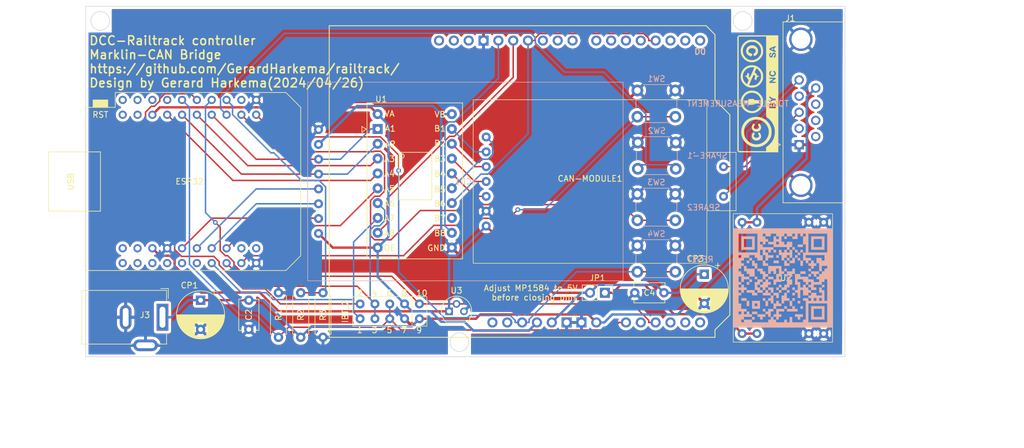
<source format=kicad_pcb>
(kicad_pcb (version 20240108) (generator "pcbnew") (generator_version "8.0")
  (layers (0 "F.Cu" signal) (31 "B.Cu" signal) (34 "B.Paste" user) (35 "F.Paste" user) (36 "B.SilkS" user "B.Silkscreen") (37 "F.SilkS" user "F.Silkscreen") (38 "B.Mask" user) (39 "F.Mask" user) (44 "Edge.Cuts" user))
  (net 0 "")
  (net 1 "/MOSI")
  (net 2 "/SCK")
  (net 3 "/IS")
  (net 4 "/MEASUREMENT_TOGGLE")
  (net 5 "/VOLTAGE")
  (net 6 "/SPARE-SWITCH-1")
  (net 7 "/TRACK-PULSE-H-PROG")
  (net 8 "/TRACK-ENABLE-TTL")
  (net 9 "/TRACK-PULSE-H-PROG-TTL")
  (net 10 "/TRACK-PULSE-H-TTL")
  (net 12 "/CAN-INT*")
  (net 13 "/TRACK-PULSE-H")
  (net 14 "/TRACK-POWER-ENABLE")
  (net 15 "/CAN-CS*")
  (net 16 "/MISO")
  (net 17 "/TRACK-PULSE-L")
  (net 18 "/TEMP")
  (net 20 "/VCC-RAW")
  (net 25 "/LCD-RS")
  (net 26 "/LCD-CS*")
  (net 27 "/LCD-RES")
  (net 28 "/CAN-CS-TTL*")
  (net 29 "/CAN-L")
  (net 30 "/SI-TTL")
  (net 31 "/CAN-INT-TTL*")
  (net 32 "/SO-TTL")
  (net 33 "/CAN-H")
  (net 34 "/SCK-TTL")
  (net 39 "/RESET*")
  (net 42 "/VCC")
  (net 48 "/SPARE-SWITCH-2")
  (net 64 "/3V3")
  (net 65 "GND")
  (net 66 "/18V")
  (footprint "Resistor_THT:R_Axial_DIN0207_L6.3mm_D2.5mm_P7.62mm_Horizontal" (layer "F.Cu") (at 80.64 119.05 -90)
    (property "Reference" "R3")
    (property "Value" "10k")
  )
  (footprint "Capacitor_THT:C_Disc_D5.1mm_W3.2mm_P5.00mm" (layer "F.Cu") (at 67.94 120.32 -90)
    (property "Reference" "C2")
    (property "Value" "100nF")
  )
  (footprint "railtrack:IBT_2" (layer "F.Cu") (at 92.07 122.225 90)
    (property "Reference" "IBT_2")
    (property "Value" "~")
  )
  (footprint "railtrack:MCP2515 Module" (layer "F.Cu") (at 126.36 100)
    (property "Reference" "CAN-MODULE1")
    (property "Value" "~")
  )
  (footprint "LOGO" (layer "F.Cu") (at 155.062 85.014 90)
    (property "Reference" "G1" (hide yes))
    (property "Value" "LOGO" (hide yes))
  )
  (footprint "Package_TO_SOT_THT:TO-92" (layer "F.Cu") (at 102.23 122.225)
    (property "Reference" "U3")
    (property "Value" "~")
  )
  (footprint "railtrack:Arduino_Shield" (layer "F.Cu") (at 81.71 126.67)
    (property "Reference" "MOTOR-SHIELD1" (hide yes))
    (property "Value" "~")
  )
  (footprint "Connector_PinHeader_2.54mm:PinHeader_1x02_P2.54mm_Vertical" (layer "F.Cu") (at 128.9 119.05 -90)
    (property "Reference" "JP1")
    (property "Value" "Jumper_2_Open")
  )
  (footprint "Resistor_THT:R_Axial_DIN0207_L6.3mm_D2.5mm_P7.62mm_Horizontal" (layer "F.Cu") (at 76.83 126.67 90)
    (property "Reference" "R2")
    (property "Value" "100k")
  )
  (footprint "Capacitor_THT:CP_Radial_D8.0mm_P5.00mm" (layer "F.Cu") (at 145.918 115.8853 -90)
    (property "Reference" "CP3")
    (property "Value" "100uF/25V")
  )
  (footprint "my_footprints:Texas_TXS0108E_Level_Shifter_Module" (layer "F.Cu") (at 90 91)
    (property "Reference" "U1")
    (property "Value" "TXS0108EPW")
  )
  (footprint "Capacitor_THT:CP_Radial_D8.0mm_P5.00mm" (layer "F.Cu") (at 59.685 120.32 -90)
    (property "Reference" "CP1")
    (property "Value" "100uF/25V")
  )
  (footprint "Connector_BarrelJack:BarrelJack_GCT_DCJ200-10-A_Horizontal" (layer "F.Cu") (at 53.16 123.24 -90)
    (property "Reference" "J3")
    (property "Value" "Barrel_Jack_Switch")
  )
  (footprint "Connector_Dsub:DSUB-9_Male_Horizontal_P2.77x2.84mm_EdgePinOffset4.94mm_Housed_MountingHolesOffset7.48mm" (layer "F.Cu") (at 162.16 93.695 90)
    (property "Reference" "J1")
    (property "Value" "DE9_Plug_MountingHoles")
  )
  (footprint "ESP32_mini:ESP32_mini" (layer "F.Cu") (at 57.78 100 -90)
    (property "Reference" "ESP32")
    (property "Value" "mini_esp32")
  )
  (footprint "Capacitor_THT:C_Disc_D5.1mm_W3.2mm_P5.00mm" (layer "F.Cu") (at 139.02 119.05 180)
    (property "Reference" "C4")
    (property "Value" "100nF")
  )
  (footprint "Resistor_THT:R_Axial_DIN0207_L6.3mm_D2.5mm_P7.62mm_Horizontal" (layer "F.Cu") (at 73.02 126.67 90)
    (property "Reference" "R1")
    (property "Value" "10k")
  )
  (footprint "railtrack:MP1484 Module" (layer "F.Cu") (at 159.38 116.51 -90)
    (property "Reference" "U2")
    (property "Value" "~")
  )
  (footprint "Button_Switch_THT:SW_PUSH_6mm" (layer "B.Cu") (at 140.965 110.958 180)
    (property "Reference" "SW4")
    (property "Value" "SW_Push")
  )
  (footprint "LOGO" (layer "B.Cu") (at 159.38 116.51 180)
    (property "Reference" "G***" (hide yes))
    (property "Value" "LOGO" (hide yes))
  )
  (footprint "railtrack:1.77 LCD Display 128x160" (layer "B.Cu") (at 105.024 100)
    (property "Reference" "LCD1")
    (property "Value" "~")
  )
  (footprint "Button_Switch_THT:SW_PUSH_6mm" (layer "B.Cu") (at 140.965 84.415 180)
    (property "Reference" "SW1")
    (property "Value" "SW_Push")
  )
  (footprint "Button_Switch_THT:SW_PUSH_6mm" (layer "B.Cu") (at 140.965 102.1407 180)
    (property "Reference" "SW3")
    (property "Value" "SW_Push")
  )
  (footprint "Button_Switch_THT:SW_PUSH_6mm" (layer "B.Cu") (at 141.04 93.3233 180)
    (property "Reference" "SW2")
    (property "Value" "SW_Push")
  )
  (gr_line (start 40 130) (end 170 130) (stroke (width 0.1)) (layer "Edge.Cuts"))
  (gr_circle (center 104 127.5) (end 105.6 127.5) (stroke (width 0.1)) (fill none) (layer "Edge.Cuts"))
  (gr_line (start 170 130) (end 170 70) (stroke (width 0.1)) (layer "Edge.Cuts"))
  (gr_circle (center 42.5 72.5) (end 44.1 72.5) (stroke (width 0.1)) (fill none) (layer "Edge.Cuts"))
  (gr_line (start 40 70) (end 40 130) (stroke (width 0.1)) (layer "Edge.Cuts"))
  (gr_line (start 170 70) (end 40 70) (stroke (width 0.1)) (layer "Edge.Cuts"))
  (gr_circle (center 152.5 72.5) (end 154.1 72.5) (stroke (width 0.1)) (fill none) (layer "Edge.Cuts"))
  (gr_text "SPARE-1" (at 142.87 95.555 0) (layer "B.SilkS") (effects (font (size 1 1)) (justify right mirror)))
  (gr_text "RESET" (at 142.87 113.335 0) (layer "B.SilkS") (effects (font (size 1 1)) (justify right mirror)))
  (gr_text "SPARE2" (at 142.87 104.445 0) (layer "B.SilkS") (effects (font (size 1 1)) (justify right mirror)))
  (gr_text "TOGGLE-MEASUREMENT" (at 142.87 86.665 0) (layer "B.SilkS") (effects (font (size 1 1)) (justify right mirror)))
  (gr_text "Adjust MP1584 to 5V\nbefore closing pins" (at 124.328 119.05 0) (layer "F.SilkS") (effects (font (size 1 1)) (justify right)))
  (gr_text "DCC-Railtrack controller\nMarklin-CAN Bridge\nhttps://github.com/GerardHarkema/railtrack/\nDesign by Gerard Harkema(2024/04/26)\n" (at 40.5 84 0) (layer "F.SilkS") (effects (font (size 1.5 1.5) (thickness 0.25) (bold yes)) (justify left bottom)))
  (segment (start 79.878 98.73) (end 66.67 98.73) (width 0.25) (layer "F.Cu") (net 1))
  (segment (start 66.67 98.73) (end 56.51 88.57) (width 0.25) (layer "F.Cu") (net 1))
  (segment (start 84.81 98.73) (end 79.878 98.73) (width 0.25) (layer "B.Cu") (net 1))
  (segment (start 90 93.54) (end 84.81 98.73) (width 0.25) (layer "B.Cu") (net 1))
  (segment (start 69.21 96.19) (end 61.59 88.57) (width 0.25) (layer "F.Cu") (net 2))
  (segment (start 79.878 96.19) (end 69.21 96.19) (width 0.25) (layer "F.Cu") (net 2))
  (segment (start 90 91) (end 88.8233 91) (width 0.25) (layer "B.Cu") (net 2))
  (segment (start 83.6333 96.19) (end 79.878 96.19) (width 0.25) (layer "B.Cu") (net 2))
  (segment (start 88.8233 91) (end 83.6333 96.19) (width 0.25) (layer "B.Cu") (net 2))
  (segment (start 90.6185 124.9465) (end 92.07 123.495) (width 0.25) (layer "F.Cu") (net 3))
  (segment (start 130.0294 125.4203) (end 131.3197 124.13) (width 0.25) (layer "F.Cu") (net 3))
  (segment (start 74.7435 124.9465) (end 90.6185 124.9465) (width 0.25) (layer "F.Cu") (net 3))
  (segment (start 73.02 126.67) (end 74.7435 124.9465) (width 0.25) (layer "F.Cu") (net 3))
  (segment (start 93.9953 125.4203) (end 130.0294 125.4203) (width 0.25) (layer "F.Cu") (net 3))
  (segment (start 92.07 123.495) (end 93.9953 125.4203) (width 0.25) (layer "F.Cu") (net 3))
  (segment (start 132.51 124.13) (end 131.3197 124.13) (width 0.25) (layer "F.Cu") (net 3))
  (segment (start 57.78 114.1878) (end 66.4829 122.8907) (width 0.25) (layer "B.Cu") (net 3))
  (segment (start 57.78 87.3) (end 57.78 114.1878) (width 0.25) (layer "B.Cu") (net 3))
  (segment (start 69.2407 122.8907) (end 73.02 126.67) (width 0.25) (layer "B.Cu") (net 3))
  (segment (start 56.51 86.03) (end 57.78 87.3) (width 0.25) (layer "B.Cu") (net 3))
  (segment (start 66.4829 122.8907) (end 69.2407 122.8907) (width 0.25) (layer "B.Cu") (net 3))
  (segment (start 92.07 120.955) (end 92.07 123.495) (width 0.25) (layer "B.Cu") (net 3))
  (segment (start 134.465 88.915) (end 140.965 88.915) (width 0.25) (layer "F.Cu") (net 4))
  (segment (start 99.6191 107.51) (end 94.4291 112.7) (width 0.25) (layer "F.Cu") (net 4))
  (segment (start 112.4995 106.3) (end 106.4749 106.3) (width 0.25) (layer "F.Cu") (net 4))
  (segment (start 113.9824 104.8171) (end 112.4995 106.3) (width 0.25) (layer "F.Cu") (net 4))
  (segment (start 105.2649 107.51) (end 99.6191 107.51) (width 0.25) (layer "F.Cu") (net 4))
  (segment (start 94.4291 112.7) (end 67.94 112.7) (width 0.25) (layer "F.Cu") (net 4))
  (segment (start 106.4749 106.3) (end 105.2649 107.51) (width 0.25) (layer "F.Cu") (net 4))
  (segment (start 67.94 112.7) (end 66.67 113.97) (width 0.25) (layer "F.Cu") (net 4))
  (via (at 113.9824 104.8171) (size 0.8) (drill 0.4) (layers "F.Cu" "B.Cu") (net 4))
  (segment (start 134.465 88.915) (end 118.5629 104.8171) (width 0.25) (layer "B.Cu") (net 4))
  (segment (start 118.5629 104.8171) (end 113.9824 104.8171) (width 0.25) (layer "B.Cu") (net 4))
  (segment (start 76.83 119.05) (end 80.64 119.05) (width 0.25) (layer "F.Cu") (net 5))
  (segment (start 79.9801 99.8215) (end 76.9664 99.8215) (width 0.25) (layer "B.Cu") (net 5))
  (segment (start 71.7138 95.0901) (end 65.1579 88.5342) (width 0.25) (layer "B.Cu") (net 5))
  (segment (start 76.9664 99.8215) (end 72.235 95.0901) (width 0.25) (layer "B.Cu") (net 5))
  (segment (start 81.0858 100.9272) (end 79.9801 99.8215) (width 0.25) (layer "B.Cu") (net 5))
  (segment (start 81.0858 118.6042) (end 81.0858 100.9272) (width 0.25) (layer "B.Cu") (net 5))
  (segment (start 80.64 119.05) (end 81.0858 118.6042) (width 0.25) (layer "B.Cu") (net 5))
  (segment (start 72.235 95.0901) (end 71.7138 95.0901) (width 0.25) (layer "B.Cu") (net 5))
  (segment (start 65.1579 87.0579) (end 64.13 86.03) (width 0.25) (layer "B.Cu") (net 5))
  (segment (start 65.1579 88.5342) (end 65.1579 87.0579) (width 0.25) (layer "B.Cu") (net 5))
  (segment (start 121.985 81.2666) (end 117.016 76.2976) (width 0.25) (layer "B.Cu") (net 6))
  (segment (start 117.016 76.2976) (end 117.016 75.3884) (width 0.25) (layer "B.Cu") (net 6))
  (segment (start 135.9211 97.1327) (end 135.9211 88.4832) (width 0.25) (layer "B.Cu") (net 6))
  (segment (start 140.3494 97.1327) (end 141.04 97.8233) (width 0.25) (layer "B.Cu") (net 6))
  (segment (start 63.0981 87.5381) (end 64.13 88.57) (width 0.25) (layer "B.Cu") (net 6))
  (segment (start 135.9211 97.1327) (end 140.3494 97.1327) (width 0.25) (layer "B.Cu") (net 6))
  (segment (start 117.016 75.3884) (end 116.2511 74.6235) (width 0.25) (layer "B.Cu") (net 6))
  (segment (start 135.2306 97.1327) (end 135.9211 97.1327) (width 0.25) (layer "B.Cu") (net 6))
  (segment (start 74.0538 74.6235) (end 63.0981 85.5792) (width 0.25) (layer "B.Cu") (net 6))
  (segment (start 63.0981 85.5792) (end 63.0981 87.5381) (width 0.25) (layer "B.Cu") (net 6))
  (segment (start 116.2511 74.6235) (end 74.0538 74.6235) (width 0.25) (layer "B.Cu") (net 6))
  (segment (start 135.9211 88.4832) (end 128.7045 81.2666) (width 0.25) (layer "B.Cu") (net 6))
  (segment (start 128.7045 81.2666) (end 121.985 81.2666) (width 0.25) (layer "B.Cu") (net 6))
  (segment (start 134.54 97.8233) (end 135.2306 97.1327) (width 0.25) (layer "B.Cu") (net 6))
  (segment (start 91.6278 102.9128) (end 102.2706 92.27) (width 0.25) (layer "F.Cu") (net 7))
  (segment (start 90 108.78) (end 91.6278 107.1522) (width 0.25) (layer "F.Cu") (net 7))
  (segment (start 103.109 92.27) (end 113.206 82.173) (width 0.25) (layer "F.Cu") (net 7))
  (segment (start 102.2706 92.27) (end 103.109 92.27) (width 0.25) (layer "F.Cu") (net 7))
  (segment (start 91.6278 107.1522) (end 91.6278 102.9128) (width 0.25) (layer "F.Cu") (net 7))
  (segment (start 113.206 82.173) (end 113.206 75.87) (width 0.25) (layer "F.Cu") (net 7))
  (segment (start 117.7546 74.6797) (end 135.5815 74.6797) (width 0.25) (layer "F.Cu") (net 8))
  (segment (start 115.746 75.87) (end 116.9363 75.87) (width 0.25) (layer "F.Cu") (net 8))
  (segment (start 137.59 75.87) (end 136.3997 75.87) (width 0.25) (layer "F.Cu") (net 8))
  (segment (start 116.9363 75.87) (end 116.9363 75.498) (width 0.25) (layer "F.Cu") (net 8))
  (segment (start 136.3997 75.4979) (end 136.3997 75.87) (width 0.25) (layer "F.Cu") (net 8))
  (segment (start 116.9363 75.498) (end 117.7546 74.6797) (width 0.25) (layer "F.Cu") (net 8))
  (segment (start 135.5815 74.6797) (end 136.3997 75.4979) (width 0.25) (layer "F.Cu") (net 8))
  (segment (start 107.67 98.73) (end 108.8517 98.73) (width 0.25) (layer "B.Cu") (net 8))
  (segment (start 102.7 103.7) (end 107.67 98.73) (width 0.25) (layer "B.Cu") (net 8))
  (segment (start 108.8517 98.73) (end 115.746 91.8357) (width 0.25) (layer "B.Cu") (net 8))
  (segment (start 115.746 75.87) (end 115.746 77.0603) (width 0.25) (layer "B.Cu") (net 8))
  (segment (start 115.746 91.8357) (end 115.746 77.0603) (width 0.25) (layer "B.Cu") (net 8))
  (segment (start 103.1852 89.8007) (end 110.666 82.3199) (width 0.25) (layer "B.Cu") (net 9))
  (segment (start 110.666 82.3199) (end 110.666 75.87) (width 0.25) (layer "B.Cu") (net 9))
  (segment (start 102.7 108.78) (end 101.52 107.6) (width 0.25) (layer "B.Cu") (net 9))
  (segment (start 102.1694 89.8007) (end 103.1852 89.8007) (width 0.25) (layer "B.Cu") (net 9))
  (segment (start 101.52 90.4501) (end 102.1694 89.8007) (width 0.25) (layer "B.Cu") (net 9))
  (segment (start 101.52 107.6) (end 101.52 90.4501) (width 0.25) (layer "B.Cu") (net 9))
  (segment (start 90 101.16) (end 83.6107 107.5493) (width 0.25) (layer "F.Cu") (net 12))
  (segment (start 83.6107 107.5493) (end 68.0107 107.5493) (width 0.25) (layer "F.Cu") (net 12))
  (segment (start 68.0107 107.5493) (end 64.13 111.43) (width 0.25) (layer "F.Cu") (net 12))
  (segment (start 85.8797 110.3603) (end 90 106.24) (width 0.25) (layer "B.Cu") (net 13))
  (segment (start 85.8797 122.3847) (end 85.8797 120.2142) (width 0.25) (layer "B.Cu") (net 13))
  (segment (start 72.1069 120.2142) (end 85.8797 120.2142) (width 0.25) (layer "B.Cu") (net 13))
  (segment (start 66.6475 119.0275) (end 70.9202 119.0275) (width 0.25) (layer "B.Cu") (net 13))
  (segment (start 61.59 113.97) (end 66.6475 119.0275) (width 0.25) (layer "B.Cu") (net 13))
  (segment (start 85.8797 120.2142) (end 85.8797 110.3603) (width 0.25) (layer "B.Cu") (net 13))
  (segment (start 86.99 123.495) (end 85.8797 122.3847) (width 0.25) (layer "B.Cu") (net 13))
  (segment (start 70.9202 119.0275) (end 72.1069 120.2142) (width 0.25) (layer "B.Cu") (net 13))
  (segment (start 64.13 113.97) (end 68.0833 117.9233) (width 0.25) (layer "F.Cu") (net 14))
  (segment (start 68.0833 117.9233) (end 86.4983 117.9233) (width 0.25) (layer "F.Cu") (net 14))
  (segment (start 86.4983 117.9233) (end 89.53 120.955) (width 0.25) (layer "F.Cu") (net 14))
  (segment (start 91.2078 106.7116) (end 90.3161 107.6033) (width 0.25) (layer "B.Cu") (net 14))
  (segment (start 89.4218 107.6033) (end 88.7175 108.3076) (width 0.25) (layer "B.Cu") (net 14))
  (segment (start 90 103.7) (end 91.2078 104.9078) (width 0.25) (layer "B.Cu") (net 14))
  (segment (start 88.7175 120.1425) (end 89.53 120.955) (width 0.25) (layer "B.Cu") (net 14))
  (segment (start 88.7175 108.3076) (end 88.7175 120.1425) (width 0.25) (layer "B.Cu") (net 14))
  (segment (start 91.2078 104.9078) (end 91.2078 106.7116) (width 0.25) (layer "B.Cu") (net 14))
  (segment (start 90.3161 107.6033) (end 89.4218 107.6033) (width 0.25) (layer "B.Cu") (net 14))
  (segment (start 89.53 120.955) (end 89.53 123.495) (width 0.25) (layer "B.Cu") (net 14))
  (segment (start 65.2195 99.8195) (end 88.8005 99.8195) (width 0.25) (layer "F.Cu") (net 15))
  (segment (start 53.97 88.57) (end 65.2195 99.8195) (width 0.25) (layer "F.Cu") (net 15))
  (segment (start 88.8005 99.8195) (end 90 98.62) (width 0.25) (layer "F.Cu") (net 15))
  (segment (start 59.05 88.57) (end 67.7595 97.2795) (width 0.25) (layer "F.Cu") (net 16))
  (segment (start 67.7595 97.2795) (end 88.8005 97.2795) (width 0.25) (layer "F.Cu") (net 16))
  (segment (start 88.8005 97.2795) (end 90 96.08) (width 0.25) (layer "F.Cu") (net 16))
  (segment (start 62.86 113.7192) (end 62.86 114.2774) (width 0.25) (layer "F.Cu") (net 17))
  (segment (start 55.24 110.0734) (end 55.24 111.6365) (width 0.25) (layer "F.Cu") (net 17))
  (segment (start 59.05 86.03) (end 57.9993 84.9793) (width 0.25) (layer "F.Cu") (net 17))
  (segment (start 56.4252 112.8217) (end 61.9625 112.8217) (width 0.25) (layer "F.Cu") (net 17))
  (segment (start 52.7001 85.8424) (end 52.7001 86.212) (width 0.25) (layer "F.Cu") (net 17))
  (segment (start 61.9625 112.8217) (end 62.86 113.7192) (width 0.25) (layer "F.Cu") (net 17))
  (segment (start 51.787 87.1251) (end 51.2529 87.1251) (width 0.25) (layer "F.Cu") (net 17))
  (segment (start 50.2592 88.1188) (end 50.2592 105.0926) (width 0.25) (layer "F.Cu") (net 17))
  (segment (start 52.7001 86.212) (end 51.787 87.1251) (width 0.25) (layer "F.Cu") (net 17))
  (segment (start 50.2592 105.0926) (end 55.24 110.0734) (width 0.25) (layer "F.Cu") (net 17))
  (segment (start 55.24 111.6365) (end 56.4252 112.8217) (width 0.25) (layer "F.Cu") (net 17))
  (segment (start 73.3315 120.955) (end 86.99 120.955) (width 0.25) (layer "F.Cu") (net 17))
  (segment (start 57.9993 84.9793) (end 53.5632 84.9793) (width 0.25) (layer "F.Cu") (net 17))
  (segment (start 62.86 114.2774) (end 66.9578 118.3752) (width 0.25) (layer "F.Cu") (net 17))
  (segment (start 53.5632 84.9793) (end 52.7001 85.8424) (width 0.25) (layer "F.Cu") (net 17))
  (segment (start 51.2529 87.1251) (end 50.2592 88.1188) (width 0.25) (layer "F.Cu") (net 17))
  (segment (start 70.7517 118.3752) (end 73.3315 120.955) (width 0.25) (layer "F.Cu") (net 17))
  (segment (start 66.9578 118.3752) (end 70.7517 118.3752) (width 0.25) (layer "F.Cu") (net 17))
  (segment (start 64.3242 112.7002) (end 65.4 113.776) (width 0.25) (layer "F.Cu") (net 18))
  (segment (start 65.4 114.2264) (end 67.3895 116.2159) (width 0.25) (layer "F.Cu") (net 18))
  (segment (start 133.5967 120.955) (end 136.3997 123.758) (width 0.25) (layer "F.Cu") (net 18))
  (segment (start 65.4 113.776) (end 65.4 114.2264) (width 0.25) (layer "F.Cu") (net 18))
  (segment (start 67.3895 116.2159) (end 92.4109 116.2159) (width 0.25) (layer "F.Cu") (net 18))
  (segment (start 137.59 124.13) (end 136.3997 124.13) (width 0.25) (layer "F.Cu") (net 18))
  (segment (start 63.9126 112.7002) (end 64.3242 112.7002) (width 0.25) (layer "F.Cu") (net 18))
  (segment (start 136.3997 123.758) (end 136.3997 124.13) (width 0.25) (layer "F.Cu") (net 18))
  (segment (start 92.4109 116.2159) (end 97.15 120.955) (width 0.25) (layer "F.Cu") (net 18))
  (segment (start 63.0347 107.8247) (end 63.0347 111.8223) (width 0.25) (layer "F.Cu") (net 18))
  (segment (start 103.5 120.955) (end 133.5967 120.955) (width 0.25) (layer "F.Cu") (net 18))
  (segment (start 97.15 120.955) (end 103.5 120.955) (width 0.25) (layer "F.Cu") (net 18))
  (segment (start 63.0347 111.8223) (end 63.9126 112.7002) (width 0.25) (layer "F.Cu") (net 18))
  (segment (start 62.21 107) (end 63.0347 107.8247) (width 0.25) (layer "F.Cu") (net 18))
  (via (at 62.21 107) (size 0.8) (drill 0.4) (layers "F.Cu" "B.Cu") (net 18))
  (segment (start 61.59 86.03) (end 60.5273 87.0927) (width 0.25) (layer "B.Cu") (net 18))
  (segment (start 60.5273 87.0927) (end 60.5273 105.3173) (width 0.25) (layer "B.Cu") (net 18))
  (segment (start 60.5273 105.3173) (end 62.21 107) (width 0.25) (layer "B.Cu") (net 18))
  (segment (start 128.9 119.05) (end 130.2517 119.05) (width 0.4) (layer "F.Cu") (net 20))
  (segment (start 152.395 126.035) (end 154.935 126.035) (width 0.4) (layer "F.Cu") (net 20))
  (segment (start 135.7558 117.746) (end 140.7216 122.7118) (width 0.4) (layer "F.Cu") (net 20))
  (segment (start 140.7216 122.7118) (end 149.0718 122.7118) (width 0.4) (layer "F.Cu") (net 20))
  (segment (start 131.5557 117.746) (end 135.7558 117.746) (width 0.4) (layer "F.Cu") (net 20))
  (segment (start 149.0718 122.7118) (end 152.395 126.035) (width 0.4) (layer "F.Cu") (net 20))
  (segment (start 130.2517 119.05) (end 131.5557 117.746) (width 0.4) (layer "F.Cu") (net 20))
  (segment (start 69.21 103.81) (end 79.878 103.81) (width 0.25) (layer "B.Cu") (net 25))
  (segment (start 61.59 111.43) (end 69.21 103.81) (width 0.25) (layer "B.Cu") (net 25))
  (segment (start 61.6667 106.2733) (end 56.51 111.43) (width 0.25) (layer "F.Cu") (net 26))
  (segment (start 79.8013 106.2733) (end 61.6667 106.2733) (width 0.25) (layer "F.Cu") (net 26))
  (segment (start 79.878 106.35) (end 79.8013 106.2733) (width 0.25) (layer "F.Cu") (net 26))
  (segment (start 79.878 101.27) (end 69.21 101.27) (width 0.25) (layer "B.Cu") (net 27))
  (segment (start 69.21 101.27) (end 59.05 111.43) (width 0.25) (layer "B.Cu") (net 27))
  (segment (start 102.7 98.62) (end 106.62 102.54) (width 0.25) (layer "F.Cu") (net 28))
  (segment (start 106.62 102.54) (end 108.58 102.54) (width 0.25) (layer "F.Cu") (net 28))
  (segment (start 162.16 82.615) (end 153.2128 91.5622) (width 0.25) (layer "B.Cu") (net 29))
  (segment (start 153.2128 91.5622) (end 153.2128 98.5472) (width 0.25) (layer "B.Cu") (net 29))
  (segment (start 153.2128 98.5472) (end 149.22 102.54) (width 0.25) (layer "B.Cu") (net 29))
  (segment (start 106.62 97.46) (end 102.7 93.54) (width 0.25) (layer "F.Cu") (net 30))
  (segment (start 108.58 97.46) (end 106.62 97.46) (width 0.25) (layer "F.Cu") (net 30))
  (segment (start 109.6695 95.3909) (end 109.6695 93.4695) (width 0.25) (layer "B.Cu") (net 31))
  (segment (start 102.7 101.16) (end 107.67 96.19) (width 0.25) (layer "B.Cu") (net 31))
  (segment (start 108.8704 96.19) (end 109.6695 95.3909) (width 0.25) (layer "B.Cu") (net 31))
  (segment (start 107.67 96.19) (end 108.8704 96.19) (width 0.25) (layer "B.Cu") (net 31))
  (segment (start 109.6695 93.4695) (end 108.58 92.38) (width 0.25) (layer "B.Cu") (net 31))
  (segment (start 106.62 100) (end 108.58 100) (width 0.25) (layer "F.Cu") (net 32))
  (segment (start 102.7 96.08) (end 106.62 100) (width 0.25) (layer "F.Cu") (net 32))
  (segment (start 162.16 88.155) (end 152.855 97.46) (width 0.25) (layer "F.Cu") (net 33))
  (segment (start 152.855 97.46) (end 149.22 97.46) (width 0.25) (layer "F.Cu") (net 33))
  (segment (start 102.7 91) (end 106.62 94.92) (width 0.25) (layer "B.Cu") (net 34))
  (segment (start 106.62 94.92) (end 108.58 94.92) (width 0.25) (layer "B.Cu") (net 34))
  (segment (start 90.4889 92.3633) (end 93.5925 95.4669) (width 0.25) (layer "F.Cu") (net 39))
  (segment (start 134.465 115.458) (end 140.965 115.458) (width 0.25) (layer "F.Cu") (net 39))
  (segment (start 73.0033 92.3633) (end 90.4889 92.3633) (width 0.25) (layer "F.Cu") (net 39))
  (segment (start 69.21 88.57) (end 73.0033 92.3633) (width 0.25) (layer "F.Cu") (net 39))
  (segment (start 93.5925 98.1175) (end 93.5926 98.1175) (width 0.25) (layer "F.Cu") (net 39))
  (segment (start 93.5925 95.4669) (end 93.5925 98.1175) (width 0.25) (layer "F.Cu") (net 39))
  (via (at 93.5926 98.1175) (size 0.8) (drill 0.4) (layers "F.Cu" "B.Cu") (net 39))
  (segment (start 115.9203 124.13) (end 115.9203 123.6092) (width 0.25) (layer "B.Cu") (net 39))
  (segment (start 93.5926 115.4981) (end 93.5926 98.1175) (width 0.25) (layer "B.Cu") (net 39))
  (segment (start 124.0715 115.458) (end 134.465 115.458) (width 0.25) (layer "B.Cu") (net 39))
  (segment (start 115.9203 123.6092) (end 124.0715 115.458) (width 0.25) (layer "B.Cu") (net 39))
  (segment (start 105.3744 123.3177) (end 101.4122 123.3177) (width 0.25) (layer "B.Cu") (net 39))
  (segment (start 105.7524 122.9397) (end 105.3744 123.3177) (width 0.25) (layer "B.Cu") (net 39))
  (segment (start 112.7215 122.9397) (end 105.7524 122.9397) (width 0.25) (layer "B.Cu") (net 39))
  (segment (start 114.73 124.13) (end 115.9203 124.13) (width 0.25) (layer "B.Cu") (net 39))
  (segment (start 113.5397 123.7579) (end 112.7215 122.9397) (width 0.25) (layer "B.Cu") (net 39))
  (segment (start 114.73 124.13) (end 113.5397 124.13) (width 0.25) (layer "B.Cu") (net 39))
  (segment (start 113.5397 124.13) (end 113.5397 123.7579) (width 0.25) (layer "B.Cu") (net 39))
  (segment (start 101.4122 123.3177) (end 93.5926 115.4981) (width 0.25) (layer "B.Cu") (net 39))
  (segment (start 59.8067 119.0102) (end 55.24 114.4435) (width 0.4) (layer "F.Cu") (net 42))
  (segment (start 55.24 114.4435) (end 55.24 113.4934) (width 0.4) (layer "F.Cu") (net 42))
  (segment (start 69.836 119.0102) (end 59.8067 119.0102) (width 0.4) (layer "F.Cu") (net 42))
  (segment (start 102.23 122.225) (end 73.0508 122.225) (width 0.4) (layer "F.Cu") (net 42))
  (segment (start 52.7 112.7) (end 51.43 111.43) (width 0.4) (layer "F.Cu") (net 42))
  (segment (start 120.01 119.05) (end 126.36 119.05) (width 0.4) (layer "F.Cu") (net 42))
  (segment (start 54.4466 112.7) (end 52.7 112.7) (width 0.4) (layer "F.Cu") (net 42))
  (segment (start 73.0508 122.225) (end 69.836 119.0102) (width 0.4) (layer "F.Cu") (net 42))
  (segment (start 55.24 113.4934) (end 54.4466 112.7) (width 0.4) (layer "F.Cu") (net 42))
  (segment (start 108.58 107.62) (end 120.01 119.05) (width 0.4) (layer "F.Cu") (net 42))
  (segment (start 127.7168 117.6953) (end 137.6653 117.6953) (width 0.4) (layer "B.Cu") (net 42))
  (segment (start 145.918 115.8853) (end 144.6163 115.8853) (width 0.4) (layer "B.Cu") (net 42))
  (segment (start 86.4681 87.0599) (end 79.878 93.65) (width 0.4) (layer "B.Cu") (net 42))
  (segment (start 100.8759 88.46) (end 102.7 88.46) (width 0.4) (layer "B.Cu") (net 42))
  (segment (start 144.6163 115.8853) (end 141.4516 119.05) (width 0.4) (layer "B.Cu") (net 42))
  (segment (start 99.4758 87.0599) (end 86.4681 87.0599) (width 0.4) (layer "B.Cu") (net 42))
  (segment (start 124.8921 119.05) (end 126.36 119.05) (width 0.4) (layer "B.Cu") (net 42))
  (segment (start 102.1452 112.6946) (end 100.8759 111.4253) (width 0.4) (layer "B.Cu") (net 42))
  (segment (start 103.5054 112.6946) (end 108.58 107.62) (width 0.4) (layer "B.Cu") (net 42))
  (segment (start 102.23 112.6946) (end 102.1452 112.6946) (width 0.4) (layer "B.Cu") (net 42))
  (segment (start 119.81 124.13) (end 123.3547 120.5853) (width 0.4) (layer "B.Cu") (net 42))
  (segment (start 102.23 112.6946) (end 103.5054 112.6946) (width 0.4) (layer "B.Cu") (net 42))
  (segment (start 137.6653 117.6953) (end 139.02 119.05) (width 0.4) (layer "B.Cu") (net 42))
  (segment (start 126.36 119.05) (end 127.6547 117.7553) (width 0.4) (layer "B.Cu") (net 42))
  (segment (start 141.4516 119.05) (end 139.02 119.05) (width 0.4) (layer "B.Cu") (net 42))
  (segment (start 100.8759 111.4253) (end 100.8759 88.46) (width 0.4) (layer "B.Cu") (net 42))
  (segment (start 127.6568 117.7553) (end 127.7168 117.6953) (width 0.4) (layer "B.Cu") (net 42))
  (segment (start 102.23 122.225) (end 102.23 121.0733) (width 0.4) (layer "B.Cu") (net 42))
  (segment (start 123.3547 120.5853) (end 123.3568 120.5853) (width 0.4) (layer "B.Cu") (net 42))
  (segment (start 102.23 121.0733) (end 102.23 112.6946) (width 0.4) (layer "B.Cu") (net 42))
  (segment (start 123.3568 120.5853) (end 124.8921 119.05) (width 0.4) (layer "B.Cu") (net 42))
  (segment (start 100.8759 88.46) (end 99.4758 87.0599) (width 0.4) (layer "B.Cu") (net 42))
  (segment (start 127.6547 117.7553) (end 127.6568 117.7553) (width 0.4) (layer "B.Cu") (net 42))
  (segment (start 89.2752 94.9048) (end 89.37 94.81) (width 0.25) (layer "F.Cu") (net 48))
  (segment (start 91.1817 101.6572) (end 90.3156 102.5233) (width 0.25) (layer "F.Cu") (net 48))
  (segment (start 89.37 94.81) (end 90.4765 94.81) (width 0.25) (layer "F.Cu") (net 48))
  (segment (start 131.7793 103.955) (end 134.465 106.6407) (width 0.25) (layer "F.Cu") (net 48))
  (segment (start 90.3156 102.5233) (end 89.5093 102.5233) (width 0.25) (layer "F.Cu") (net 48))
  (segment (start 97.2836 104.97) (end 106.966 104.97) (width 0.25) (layer "F.Cu") (net 48))
  (segment (start 106.966 104.97) (end 107.981 103.955) (width 0.25) (layer "F.Cu") (net 48))
  (segment (start 88.7837 109.2912) (end 89.4718 109.9793) (width 0.25) (layer "F.Cu") (net 48))
  (segment (start 66.67 88.57) (end 73.0048 94.9048) (width 0.25) (layer "F.Cu") (net 48))
  (segment (start 88.7837 103.2489) (end 88.7837 109.2912) (width 0.25) (layer "F.Cu") (net 48))
  (segment (start 73.0048 94.9048) (end 89.2752 94.9048) (width 0.25) (layer "F.Cu") (net 48))
  (segment (start 90.4765 94.81) (end 91.1817 95.5152) (width 0.25) (layer "F.Cu") (net 48))
  (segment (start 140.965 106.6407) (end 134.465 106.6407) (width 0.25) (layer "F.Cu") (net 48))
  (segment (start 107.981 103.955) (end 131.7793 103.955) (width 0.25) (layer "F.Cu") (net 48))
  (segment (start 89.4718 109.9793) (end 92.2743 109.9793) (width 0.25) (layer "F.Cu") (net 48))
  (segment (start 89.5093 102.5233) (end 88.7837 103.2489) (width 0.25) (layer "F.Cu") (net 48))
  (segment (start 92.2743 109.9793) (end 97.2836 104.97) (width 0.25) (layer "F.Cu") (net 48))
  (segment (start 91.1817 95.5152) (end 91.1817 101.6572) (width 0.25) (layer "F.Cu") (net 48))
  (segment (start 79.878 108.89) (end 82.308 111.32) (width 0.4) (layer "F.Cu") (net 64))
  (segment (start 52.7 87.3) (end 88.84 87.3) (width 0.4) (layer "F.Cu") (net 64))
  (segment (start 51.43 88.57) (end 52.7 87.3) (width 0.4) (layer "F.Cu") (net 64))
  (segment (start 88.84 87.3) (end 90 88.46) (width 0.4) (layer "F.Cu") (net 64))
  (segment (start 82.308 111.32) (end 90 111.32) (width 0.4) (layer "F.Cu") (net 64))
  (segment (start 104.8928 124.024) (end 106.4009 125.5321) (width 0.4) (layer "B.Cu") (net 64))
  (segment (start 95.88 122.225) (end 99.0962 122.225) (width 0.4) (layer "B.Cu") (net 64))
  (segment (start 90 116.345) (end 94.61 120.955) (width 0.4) (layer "B.Cu") (net 64))
  (segment (start 100.8952 124.024) (end 104.8928 124.024) (width 0.4) (layer "B.Cu") (net 64))
  (segment (start 90 88.46) (end 91.8457 90.3057) (width 0.4) (layer "B.Cu") (net 64))
  (segment (start 94.61 120.955) (end 95.88 122.225) (width 0.4) (layer "B.Cu") (net 64))
  (segment (start 91.8457 109.4743) (end 90 111.32) (width 0.4) (layer "B.Cu") (net 64))
  (segment (start 90 111.32) (end 90 116.345) (width 0.4) (layer "B.Cu") (net 64))
  (segment (start 91.8457 90.3057) (end 91.8457 109.4743) (width 0.4) (layer "B.Cu") (net 64))
  (segment (start 106.4009 125.5321) (end 115.8679 125.5321) (width 0.4) (layer "B.Cu") (net 64))
  (segment (start 99.0962 122.225) (end 100.8952 124.024) (width 0.4) (layer "B.Cu") (net 64))
  (segment (start 115.8679 125.5321) (end 117.27 124.13) (width 0.4) (layer "B.Cu") (net 64))
  (segment (start 152.395 106.985) (end 154.935 106.985) (width 0.4) (layer "F.Cu") (net 66))
  (segment (start 106.8348 123.495) (end 97.15 123.495) (width 0.4) (layer "F.Cu") (net 66))
  (segment (start 59.685 120.32) (end 67.94 120.32) (width 0.4) (layer "F.Cu") (net 66))
  (segment (start 127.43 124.13) (end 126.0627 122.7627) (width 0.4) (layer "F.Cu") (net 66))
  (segment (start 107.5671 122.7627) (end 106.8348 123.495) (width 0.4) (layer "F.Cu") (net 66))
  (segment (start 126.0627 122.7627) (end 107.5671 122.7627) (width 0.4) (layer "F.Cu") (net 66))
  (segment (start 70.48 120.32) (end 67.94 120.32) (width 0.4) (layer "B.Cu") (net 66))
  (segment (start 59.685 120.32) (end 57.5817 120.32) (width 0.4) (layer "B.Cu") (net 66))
  (segment (start 165 84) (end 163.4617 85.5383) (width 0.4) (layer "B.Cu") (net 66))
  (segment (start 163.4617 85.5383) (end 163.4617 96.045) (width 0.4) (layer "B.Cu") (net 66))
  (segment (start 97.15 123.495) (end 95.8565 124.7885) (width 0.4) (layer "B.Cu") (net 66))
  (segment (start 78.7115 124.7885) (end 76.83 126.67) (width 0.4) (layer "B.Cu") (net 66))
  (segment (start 130.1606 122.7647) (end 141.3502 122.7647) (width 0.4) (layer "B.Cu") (net 66))
  (segment (start 141.3502 122.7647) (end 152.395 111.7199) (width 0.4) (layer "B.Cu") (net 66))
  (segment (start 95.8565 124.7885) (end 78.7115 124.7885) (width 0.4) (layer "B.Cu") (net 66))
  (segment (start 163.4617 96.045) (end 154.935 104.5717) (width 0.4) (layer "B.Cu") (net 66))
  (segment (start 154.935 104.5717) (end 154.935 106.985) (width 0.4) (layer "B.Cu") (net 66))
  (segment (start 57.5817 120.32) (end 54.6617 123.24) (width 0.4) (layer "B.Cu") (net 66))
  (segment (start 76.83 126.67) (end 70.48 120.32) (width 0.4) (layer "B.Cu") (net 66))
  (segment (start 152.395 111.7199) (end 152.395 106.985) (width 0.4) (layer "B.Cu") (net 66))
  (segment (start 53.16 123.24) (end 54.6617 123.24) (width 0.4) (layer "B.Cu") (net 66))
  (segment (start 128.7953 124.13) (end 130.1606 122.7647) (width 0.4) (layer "B.Cu") (net 66))
  (segment (start 127.43 124.13) (end 128.7953 124.13) (width 0.4) (layer "B.Cu") (net 66))
  (zone (net 0) (net_name "") (layers "F&B.Cu") (connect_pads (clearance 0)) (min_thickness 0.25)
    (keepout (tracks not_allowed) (vias not_allowed) (pads not_allowed) (copperpour not_allowed) (footprints allowed))
    (fill (thermal_gap 0.5) (thermal_bridge_width 0.5))
    (polygon (pts (xy 154.5 74.5) (xy 154.5 70.5) (xy 150.5 70.5) (xy 150.5 74.5)))
  )
  (zone (net 0) (net_name "") (layers "F&B.Cu") (connect_pads (clearance 0)) (min_thickness 0.25)
    (keepout (tracks not_allowed) (vias not_allowed) (pads not_allowed) (copperpour not_allowed) (footprints allowed))
    (fill (thermal_gap 0.5) (thermal_bridge_width 0.5))
    (polygon (pts (xy 106 129.5) (xy 106 125.5) (xy 102 125.5) (xy 102 129.5)))
  )
  (zone (net 65) (net_name "GND") (layers "F&B.Cu") (name "GND") (priority 1) (connect_pads (clearance 0.5)) (min_thickness 0.25) (fill yes (thermal_gap 0.5) (thermal_bridge_width 0.5))
    (polygon (pts (xy 40.5 70.5) (xy 40.5 129.6) (xy 169.5 129.6) (xy 169.6 70.5)))
  )
  (zone (net 0) (net_name "") (layers "F&B.Cu") (connect_pads (clearance 0)) (min_thickness 0.25)
    (keepout (tracks not_allowed) (vias not_allowed) (pads not_allowed) (copperpour not_allowed) (footprints allowed))
    (fill (thermal_gap 0.5) (thermal_bridge_width 0.5))
    (polygon (pts (xy 44.5 74.5) (xy 44.5 70.5) (xy 40.5 70.5) (xy 40.5 74.5)))
  )
  (zone (net 65) (net_name "GND") (layer "B.Cu") (name "GND") (priority 1) (connect_pads (clearance 0.5)) (min_thickness 0.25) (fill yes (thermal_gap 0.5) (thermal_bridge_width 0.5))
    (polygon (pts (xy 40.5 70.5) (xy 40.5 129.6) (xy 169.5 129.6) (xy 169.6 70.5)))
  )
)
</source>
